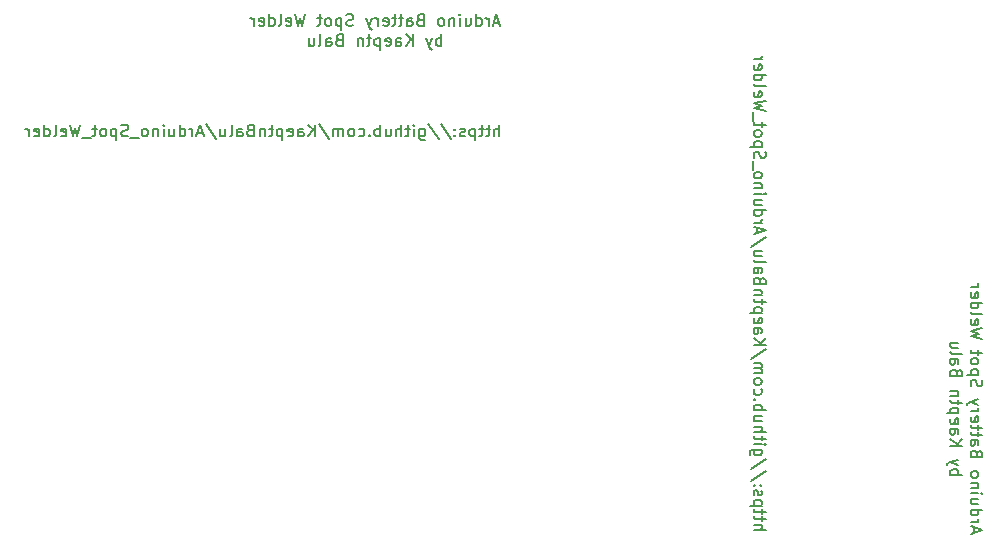
<source format=gbr>
G04 #@! TF.FileFunction,Legend,Bot*
%FSLAX46Y46*%
G04 Gerber Fmt 4.6, Leading zero omitted, Abs format (unit mm)*
G04 Created by KiCad (PCBNEW 4.0.4-stable) date 02/25/17 10:50:14*
%MOMM*%
%LPD*%
G01*
G04 APERTURE LIST*
%ADD10C,0.100000*%
%ADD11C,0.200000*%
G04 APERTURE END LIST*
D10*
D11*
X136047619Y-122750002D02*
X137047619Y-122750002D01*
X136047619Y-122321430D02*
X136571429Y-122321430D01*
X136666667Y-122369049D01*
X136714286Y-122464287D01*
X136714286Y-122607145D01*
X136666667Y-122702383D01*
X136619048Y-122750002D01*
X136714286Y-121988097D02*
X136714286Y-121607145D01*
X137047619Y-121845240D02*
X136190476Y-121845240D01*
X136095238Y-121797621D01*
X136047619Y-121702383D01*
X136047619Y-121607145D01*
X136714286Y-121416668D02*
X136714286Y-121035716D01*
X137047619Y-121273811D02*
X136190476Y-121273811D01*
X136095238Y-121226192D01*
X136047619Y-121130954D01*
X136047619Y-121035716D01*
X136714286Y-120702382D02*
X135714286Y-120702382D01*
X136666667Y-120702382D02*
X136714286Y-120607144D01*
X136714286Y-120416667D01*
X136666667Y-120321429D01*
X136619048Y-120273810D01*
X136523810Y-120226191D01*
X136238095Y-120226191D01*
X136142857Y-120273810D01*
X136095238Y-120321429D01*
X136047619Y-120416667D01*
X136047619Y-120607144D01*
X136095238Y-120702382D01*
X136095238Y-119845239D02*
X136047619Y-119750001D01*
X136047619Y-119559525D01*
X136095238Y-119464286D01*
X136190476Y-119416667D01*
X136238095Y-119416667D01*
X136333333Y-119464286D01*
X136380952Y-119559525D01*
X136380952Y-119702382D01*
X136428571Y-119797620D01*
X136523810Y-119845239D01*
X136571429Y-119845239D01*
X136666667Y-119797620D01*
X136714286Y-119702382D01*
X136714286Y-119559525D01*
X136666667Y-119464286D01*
X136142857Y-118988096D02*
X136095238Y-118940477D01*
X136047619Y-118988096D01*
X136095238Y-119035715D01*
X136142857Y-118988096D01*
X136047619Y-118988096D01*
X136666667Y-118988096D02*
X136619048Y-118940477D01*
X136571429Y-118988096D01*
X136619048Y-119035715D01*
X136666667Y-118988096D01*
X136571429Y-118988096D01*
X137095238Y-117797620D02*
X135809524Y-118654763D01*
X137095238Y-116750001D02*
X135809524Y-117607144D01*
X136714286Y-115988096D02*
X135904762Y-115988096D01*
X135809524Y-116035715D01*
X135761905Y-116083334D01*
X135714286Y-116178573D01*
X135714286Y-116321430D01*
X135761905Y-116416668D01*
X136095238Y-115988096D02*
X136047619Y-116083334D01*
X136047619Y-116273811D01*
X136095238Y-116369049D01*
X136142857Y-116416668D01*
X136238095Y-116464287D01*
X136523810Y-116464287D01*
X136619048Y-116416668D01*
X136666667Y-116369049D01*
X136714286Y-116273811D01*
X136714286Y-116083334D01*
X136666667Y-115988096D01*
X136047619Y-115511906D02*
X136714286Y-115511906D01*
X137047619Y-115511906D02*
X137000000Y-115559525D01*
X136952381Y-115511906D01*
X137000000Y-115464287D01*
X137047619Y-115511906D01*
X136952381Y-115511906D01*
X136714286Y-115178573D02*
X136714286Y-114797621D01*
X137047619Y-115035716D02*
X136190476Y-115035716D01*
X136095238Y-114988097D01*
X136047619Y-114892859D01*
X136047619Y-114797621D01*
X136047619Y-114464287D02*
X137047619Y-114464287D01*
X136047619Y-114035715D02*
X136571429Y-114035715D01*
X136666667Y-114083334D01*
X136714286Y-114178572D01*
X136714286Y-114321430D01*
X136666667Y-114416668D01*
X136619048Y-114464287D01*
X136714286Y-113130953D02*
X136047619Y-113130953D01*
X136714286Y-113559525D02*
X136190476Y-113559525D01*
X136095238Y-113511906D01*
X136047619Y-113416668D01*
X136047619Y-113273810D01*
X136095238Y-113178572D01*
X136142857Y-113130953D01*
X136047619Y-112654763D02*
X137047619Y-112654763D01*
X136666667Y-112654763D02*
X136714286Y-112559525D01*
X136714286Y-112369048D01*
X136666667Y-112273810D01*
X136619048Y-112226191D01*
X136523810Y-112178572D01*
X136238095Y-112178572D01*
X136142857Y-112226191D01*
X136095238Y-112273810D01*
X136047619Y-112369048D01*
X136047619Y-112559525D01*
X136095238Y-112654763D01*
X136142857Y-111750001D02*
X136095238Y-111702382D01*
X136047619Y-111750001D01*
X136095238Y-111797620D01*
X136142857Y-111750001D01*
X136047619Y-111750001D01*
X136095238Y-110845239D02*
X136047619Y-110940477D01*
X136047619Y-111130954D01*
X136095238Y-111226192D01*
X136142857Y-111273811D01*
X136238095Y-111321430D01*
X136523810Y-111321430D01*
X136619048Y-111273811D01*
X136666667Y-111226192D01*
X136714286Y-111130954D01*
X136714286Y-110940477D01*
X136666667Y-110845239D01*
X136047619Y-110273811D02*
X136095238Y-110369049D01*
X136142857Y-110416668D01*
X136238095Y-110464287D01*
X136523810Y-110464287D01*
X136619048Y-110416668D01*
X136666667Y-110369049D01*
X136714286Y-110273811D01*
X136714286Y-110130953D01*
X136666667Y-110035715D01*
X136619048Y-109988096D01*
X136523810Y-109940477D01*
X136238095Y-109940477D01*
X136142857Y-109988096D01*
X136095238Y-110035715D01*
X136047619Y-110130953D01*
X136047619Y-110273811D01*
X136047619Y-109511906D02*
X136714286Y-109511906D01*
X136619048Y-109511906D02*
X136666667Y-109464287D01*
X136714286Y-109369049D01*
X136714286Y-109226191D01*
X136666667Y-109130953D01*
X136571429Y-109083334D01*
X136047619Y-109083334D01*
X136571429Y-109083334D02*
X136666667Y-109035715D01*
X136714286Y-108940477D01*
X136714286Y-108797620D01*
X136666667Y-108702382D01*
X136571429Y-108654763D01*
X136047619Y-108654763D01*
X137095238Y-107464287D02*
X135809524Y-108321430D01*
X136047619Y-107130954D02*
X137047619Y-107130954D01*
X136047619Y-106559525D02*
X136619048Y-106988097D01*
X137047619Y-106559525D02*
X136476190Y-107130954D01*
X136047619Y-105702382D02*
X136571429Y-105702382D01*
X136666667Y-105750001D01*
X136714286Y-105845239D01*
X136714286Y-106035716D01*
X136666667Y-106130954D01*
X136095238Y-105702382D02*
X136047619Y-105797620D01*
X136047619Y-106035716D01*
X136095238Y-106130954D01*
X136190476Y-106178573D01*
X136285714Y-106178573D01*
X136380952Y-106130954D01*
X136428571Y-106035716D01*
X136428571Y-105797620D01*
X136476190Y-105702382D01*
X136095238Y-104845239D02*
X136047619Y-104940477D01*
X136047619Y-105130954D01*
X136095238Y-105226192D01*
X136190476Y-105273811D01*
X136571429Y-105273811D01*
X136666667Y-105226192D01*
X136714286Y-105130954D01*
X136714286Y-104940477D01*
X136666667Y-104845239D01*
X136571429Y-104797620D01*
X136476190Y-104797620D01*
X136380952Y-105273811D01*
X136714286Y-104369049D02*
X135714286Y-104369049D01*
X136666667Y-104369049D02*
X136714286Y-104273811D01*
X136714286Y-104083334D01*
X136666667Y-103988096D01*
X136619048Y-103940477D01*
X136523810Y-103892858D01*
X136238095Y-103892858D01*
X136142857Y-103940477D01*
X136095238Y-103988096D01*
X136047619Y-104083334D01*
X136047619Y-104273811D01*
X136095238Y-104369049D01*
X136714286Y-103607144D02*
X136714286Y-103226192D01*
X137047619Y-103464287D02*
X136190476Y-103464287D01*
X136095238Y-103416668D01*
X136047619Y-103321430D01*
X136047619Y-103226192D01*
X136714286Y-102892858D02*
X136047619Y-102892858D01*
X136619048Y-102892858D02*
X136666667Y-102845239D01*
X136714286Y-102750001D01*
X136714286Y-102607143D01*
X136666667Y-102511905D01*
X136571429Y-102464286D01*
X136047619Y-102464286D01*
X136571429Y-101654762D02*
X136523810Y-101511905D01*
X136476190Y-101464286D01*
X136380952Y-101416667D01*
X136238095Y-101416667D01*
X136142857Y-101464286D01*
X136095238Y-101511905D01*
X136047619Y-101607143D01*
X136047619Y-101988096D01*
X137047619Y-101988096D01*
X137047619Y-101654762D01*
X137000000Y-101559524D01*
X136952381Y-101511905D01*
X136857143Y-101464286D01*
X136761905Y-101464286D01*
X136666667Y-101511905D01*
X136619048Y-101559524D01*
X136571429Y-101654762D01*
X136571429Y-101988096D01*
X136047619Y-100559524D02*
X136571429Y-100559524D01*
X136666667Y-100607143D01*
X136714286Y-100702381D01*
X136714286Y-100892858D01*
X136666667Y-100988096D01*
X136095238Y-100559524D02*
X136047619Y-100654762D01*
X136047619Y-100892858D01*
X136095238Y-100988096D01*
X136190476Y-101035715D01*
X136285714Y-101035715D01*
X136380952Y-100988096D01*
X136428571Y-100892858D01*
X136428571Y-100654762D01*
X136476190Y-100559524D01*
X136047619Y-99940477D02*
X136095238Y-100035715D01*
X136190476Y-100083334D01*
X137047619Y-100083334D01*
X136714286Y-99130952D02*
X136047619Y-99130952D01*
X136714286Y-99559524D02*
X136190476Y-99559524D01*
X136095238Y-99511905D01*
X136047619Y-99416667D01*
X136047619Y-99273809D01*
X136095238Y-99178571D01*
X136142857Y-99130952D01*
X137095238Y-97940476D02*
X135809524Y-98797619D01*
X136333333Y-97654762D02*
X136333333Y-97178571D01*
X136047619Y-97750000D02*
X137047619Y-97416667D01*
X136047619Y-97083333D01*
X136047619Y-96750000D02*
X136714286Y-96750000D01*
X136523810Y-96750000D02*
X136619048Y-96702381D01*
X136666667Y-96654762D01*
X136714286Y-96559524D01*
X136714286Y-96464285D01*
X136047619Y-95702380D02*
X137047619Y-95702380D01*
X136095238Y-95702380D02*
X136047619Y-95797618D01*
X136047619Y-95988095D01*
X136095238Y-96083333D01*
X136142857Y-96130952D01*
X136238095Y-96178571D01*
X136523810Y-96178571D01*
X136619048Y-96130952D01*
X136666667Y-96083333D01*
X136714286Y-95988095D01*
X136714286Y-95797618D01*
X136666667Y-95702380D01*
X136714286Y-94797618D02*
X136047619Y-94797618D01*
X136714286Y-95226190D02*
X136190476Y-95226190D01*
X136095238Y-95178571D01*
X136047619Y-95083333D01*
X136047619Y-94940475D01*
X136095238Y-94845237D01*
X136142857Y-94797618D01*
X136047619Y-94321428D02*
X136714286Y-94321428D01*
X137047619Y-94321428D02*
X137000000Y-94369047D01*
X136952381Y-94321428D01*
X137000000Y-94273809D01*
X137047619Y-94321428D01*
X136952381Y-94321428D01*
X136714286Y-93845238D02*
X136047619Y-93845238D01*
X136619048Y-93845238D02*
X136666667Y-93797619D01*
X136714286Y-93702381D01*
X136714286Y-93559523D01*
X136666667Y-93464285D01*
X136571429Y-93416666D01*
X136047619Y-93416666D01*
X136047619Y-92797619D02*
X136095238Y-92892857D01*
X136142857Y-92940476D01*
X136238095Y-92988095D01*
X136523810Y-92988095D01*
X136619048Y-92940476D01*
X136666667Y-92892857D01*
X136714286Y-92797619D01*
X136714286Y-92654761D01*
X136666667Y-92559523D01*
X136619048Y-92511904D01*
X136523810Y-92464285D01*
X136238095Y-92464285D01*
X136142857Y-92511904D01*
X136095238Y-92559523D01*
X136047619Y-92654761D01*
X136047619Y-92797619D01*
X135952381Y-92273809D02*
X135952381Y-91511904D01*
X136095238Y-91321428D02*
X136047619Y-91178571D01*
X136047619Y-90940475D01*
X136095238Y-90845237D01*
X136142857Y-90797618D01*
X136238095Y-90749999D01*
X136333333Y-90749999D01*
X136428571Y-90797618D01*
X136476190Y-90845237D01*
X136523810Y-90940475D01*
X136571429Y-91130952D01*
X136619048Y-91226190D01*
X136666667Y-91273809D01*
X136761905Y-91321428D01*
X136857143Y-91321428D01*
X136952381Y-91273809D01*
X137000000Y-91226190D01*
X137047619Y-91130952D01*
X137047619Y-90892856D01*
X137000000Y-90749999D01*
X136714286Y-90321428D02*
X135714286Y-90321428D01*
X136666667Y-90321428D02*
X136714286Y-90226190D01*
X136714286Y-90035713D01*
X136666667Y-89940475D01*
X136619048Y-89892856D01*
X136523810Y-89845237D01*
X136238095Y-89845237D01*
X136142857Y-89892856D01*
X136095238Y-89940475D01*
X136047619Y-90035713D01*
X136047619Y-90226190D01*
X136095238Y-90321428D01*
X136047619Y-89273809D02*
X136095238Y-89369047D01*
X136142857Y-89416666D01*
X136238095Y-89464285D01*
X136523810Y-89464285D01*
X136619048Y-89416666D01*
X136666667Y-89369047D01*
X136714286Y-89273809D01*
X136714286Y-89130951D01*
X136666667Y-89035713D01*
X136619048Y-88988094D01*
X136523810Y-88940475D01*
X136238095Y-88940475D01*
X136142857Y-88988094D01*
X136095238Y-89035713D01*
X136047619Y-89130951D01*
X136047619Y-89273809D01*
X136714286Y-88654761D02*
X136714286Y-88273809D01*
X137047619Y-88511904D02*
X136190476Y-88511904D01*
X136095238Y-88464285D01*
X136047619Y-88369047D01*
X136047619Y-88273809D01*
X135952381Y-88178570D02*
X135952381Y-87416665D01*
X137047619Y-87273808D02*
X136047619Y-87035713D01*
X136761905Y-86845236D01*
X136047619Y-86654760D01*
X137047619Y-86416665D01*
X136095238Y-85654760D02*
X136047619Y-85749998D01*
X136047619Y-85940475D01*
X136095238Y-86035713D01*
X136190476Y-86083332D01*
X136571429Y-86083332D01*
X136666667Y-86035713D01*
X136714286Y-85940475D01*
X136714286Y-85749998D01*
X136666667Y-85654760D01*
X136571429Y-85607141D01*
X136476190Y-85607141D01*
X136380952Y-86083332D01*
X136047619Y-85035713D02*
X136095238Y-85130951D01*
X136190476Y-85178570D01*
X137047619Y-85178570D01*
X136047619Y-84226188D02*
X137047619Y-84226188D01*
X136095238Y-84226188D02*
X136047619Y-84321426D01*
X136047619Y-84511903D01*
X136095238Y-84607141D01*
X136142857Y-84654760D01*
X136238095Y-84702379D01*
X136523810Y-84702379D01*
X136619048Y-84654760D01*
X136666667Y-84607141D01*
X136714286Y-84511903D01*
X136714286Y-84321426D01*
X136666667Y-84226188D01*
X136095238Y-83369045D02*
X136047619Y-83464283D01*
X136047619Y-83654760D01*
X136095238Y-83749998D01*
X136190476Y-83797617D01*
X136571429Y-83797617D01*
X136666667Y-83749998D01*
X136714286Y-83654760D01*
X136714286Y-83464283D01*
X136666667Y-83369045D01*
X136571429Y-83321426D01*
X136476190Y-83321426D01*
X136380952Y-83797617D01*
X136047619Y-82892855D02*
X136714286Y-82892855D01*
X136523810Y-82892855D02*
X136619048Y-82845236D01*
X136666667Y-82797617D01*
X136714286Y-82702379D01*
X136714286Y-82607140D01*
X154683333Y-123000002D02*
X154683333Y-122523811D01*
X154397619Y-123095240D02*
X155397619Y-122761907D01*
X154397619Y-122428573D01*
X154397619Y-122095240D02*
X155064286Y-122095240D01*
X154873810Y-122095240D02*
X154969048Y-122047621D01*
X155016667Y-122000002D01*
X155064286Y-121904764D01*
X155064286Y-121809525D01*
X154397619Y-121047620D02*
X155397619Y-121047620D01*
X154445238Y-121047620D02*
X154397619Y-121142858D01*
X154397619Y-121333335D01*
X154445238Y-121428573D01*
X154492857Y-121476192D01*
X154588095Y-121523811D01*
X154873810Y-121523811D01*
X154969048Y-121476192D01*
X155016667Y-121428573D01*
X155064286Y-121333335D01*
X155064286Y-121142858D01*
X155016667Y-121047620D01*
X155064286Y-120142858D02*
X154397619Y-120142858D01*
X155064286Y-120571430D02*
X154540476Y-120571430D01*
X154445238Y-120523811D01*
X154397619Y-120428573D01*
X154397619Y-120285715D01*
X154445238Y-120190477D01*
X154492857Y-120142858D01*
X154397619Y-119666668D02*
X155064286Y-119666668D01*
X155397619Y-119666668D02*
X155350000Y-119714287D01*
X155302381Y-119666668D01*
X155350000Y-119619049D01*
X155397619Y-119666668D01*
X155302381Y-119666668D01*
X155064286Y-119190478D02*
X154397619Y-119190478D01*
X154969048Y-119190478D02*
X155016667Y-119142859D01*
X155064286Y-119047621D01*
X155064286Y-118904763D01*
X155016667Y-118809525D01*
X154921429Y-118761906D01*
X154397619Y-118761906D01*
X154397619Y-118142859D02*
X154445238Y-118238097D01*
X154492857Y-118285716D01*
X154588095Y-118333335D01*
X154873810Y-118333335D01*
X154969048Y-118285716D01*
X155016667Y-118238097D01*
X155064286Y-118142859D01*
X155064286Y-118000001D01*
X155016667Y-117904763D01*
X154969048Y-117857144D01*
X154873810Y-117809525D01*
X154588095Y-117809525D01*
X154492857Y-117857144D01*
X154445238Y-117904763D01*
X154397619Y-118000001D01*
X154397619Y-118142859D01*
X154921429Y-116285715D02*
X154873810Y-116142858D01*
X154826190Y-116095239D01*
X154730952Y-116047620D01*
X154588095Y-116047620D01*
X154492857Y-116095239D01*
X154445238Y-116142858D01*
X154397619Y-116238096D01*
X154397619Y-116619049D01*
X155397619Y-116619049D01*
X155397619Y-116285715D01*
X155350000Y-116190477D01*
X155302381Y-116142858D01*
X155207143Y-116095239D01*
X155111905Y-116095239D01*
X155016667Y-116142858D01*
X154969048Y-116190477D01*
X154921429Y-116285715D01*
X154921429Y-116619049D01*
X154397619Y-115190477D02*
X154921429Y-115190477D01*
X155016667Y-115238096D01*
X155064286Y-115333334D01*
X155064286Y-115523811D01*
X155016667Y-115619049D01*
X154445238Y-115190477D02*
X154397619Y-115285715D01*
X154397619Y-115523811D01*
X154445238Y-115619049D01*
X154540476Y-115666668D01*
X154635714Y-115666668D01*
X154730952Y-115619049D01*
X154778571Y-115523811D01*
X154778571Y-115285715D01*
X154826190Y-115190477D01*
X155064286Y-114857144D02*
X155064286Y-114476192D01*
X155397619Y-114714287D02*
X154540476Y-114714287D01*
X154445238Y-114666668D01*
X154397619Y-114571430D01*
X154397619Y-114476192D01*
X155064286Y-114285715D02*
X155064286Y-113904763D01*
X155397619Y-114142858D02*
X154540476Y-114142858D01*
X154445238Y-114095239D01*
X154397619Y-114000001D01*
X154397619Y-113904763D01*
X154445238Y-113190476D02*
X154397619Y-113285714D01*
X154397619Y-113476191D01*
X154445238Y-113571429D01*
X154540476Y-113619048D01*
X154921429Y-113619048D01*
X155016667Y-113571429D01*
X155064286Y-113476191D01*
X155064286Y-113285714D01*
X155016667Y-113190476D01*
X154921429Y-113142857D01*
X154826190Y-113142857D01*
X154730952Y-113619048D01*
X154397619Y-112714286D02*
X155064286Y-112714286D01*
X154873810Y-112714286D02*
X154969048Y-112666667D01*
X155016667Y-112619048D01*
X155064286Y-112523810D01*
X155064286Y-112428571D01*
X155064286Y-112190476D02*
X154397619Y-111952381D01*
X155064286Y-111714285D02*
X154397619Y-111952381D01*
X154159524Y-112047619D01*
X154111905Y-112095238D01*
X154064286Y-112190476D01*
X154445238Y-110619047D02*
X154397619Y-110476190D01*
X154397619Y-110238094D01*
X154445238Y-110142856D01*
X154492857Y-110095237D01*
X154588095Y-110047618D01*
X154683333Y-110047618D01*
X154778571Y-110095237D01*
X154826190Y-110142856D01*
X154873810Y-110238094D01*
X154921429Y-110428571D01*
X154969048Y-110523809D01*
X155016667Y-110571428D01*
X155111905Y-110619047D01*
X155207143Y-110619047D01*
X155302381Y-110571428D01*
X155350000Y-110523809D01*
X155397619Y-110428571D01*
X155397619Y-110190475D01*
X155350000Y-110047618D01*
X155064286Y-109619047D02*
X154064286Y-109619047D01*
X155016667Y-109619047D02*
X155064286Y-109523809D01*
X155064286Y-109333332D01*
X155016667Y-109238094D01*
X154969048Y-109190475D01*
X154873810Y-109142856D01*
X154588095Y-109142856D01*
X154492857Y-109190475D01*
X154445238Y-109238094D01*
X154397619Y-109333332D01*
X154397619Y-109523809D01*
X154445238Y-109619047D01*
X154397619Y-108571428D02*
X154445238Y-108666666D01*
X154492857Y-108714285D01*
X154588095Y-108761904D01*
X154873810Y-108761904D01*
X154969048Y-108714285D01*
X155016667Y-108666666D01*
X155064286Y-108571428D01*
X155064286Y-108428570D01*
X155016667Y-108333332D01*
X154969048Y-108285713D01*
X154873810Y-108238094D01*
X154588095Y-108238094D01*
X154492857Y-108285713D01*
X154445238Y-108333332D01*
X154397619Y-108428570D01*
X154397619Y-108571428D01*
X155064286Y-107952380D02*
X155064286Y-107571428D01*
X155397619Y-107809523D02*
X154540476Y-107809523D01*
X154445238Y-107761904D01*
X154397619Y-107666666D01*
X154397619Y-107571428D01*
X155397619Y-106571427D02*
X154397619Y-106333332D01*
X155111905Y-106142855D01*
X154397619Y-105952379D01*
X155397619Y-105714284D01*
X154445238Y-104952379D02*
X154397619Y-105047617D01*
X154397619Y-105238094D01*
X154445238Y-105333332D01*
X154540476Y-105380951D01*
X154921429Y-105380951D01*
X155016667Y-105333332D01*
X155064286Y-105238094D01*
X155064286Y-105047617D01*
X155016667Y-104952379D01*
X154921429Y-104904760D01*
X154826190Y-104904760D01*
X154730952Y-105380951D01*
X154397619Y-104333332D02*
X154445238Y-104428570D01*
X154540476Y-104476189D01*
X155397619Y-104476189D01*
X154397619Y-103523807D02*
X155397619Y-103523807D01*
X154445238Y-103523807D02*
X154397619Y-103619045D01*
X154397619Y-103809522D01*
X154445238Y-103904760D01*
X154492857Y-103952379D01*
X154588095Y-103999998D01*
X154873810Y-103999998D01*
X154969048Y-103952379D01*
X155016667Y-103904760D01*
X155064286Y-103809522D01*
X155064286Y-103619045D01*
X155016667Y-103523807D01*
X154445238Y-102666664D02*
X154397619Y-102761902D01*
X154397619Y-102952379D01*
X154445238Y-103047617D01*
X154540476Y-103095236D01*
X154921429Y-103095236D01*
X155016667Y-103047617D01*
X155064286Y-102952379D01*
X155064286Y-102761902D01*
X155016667Y-102666664D01*
X154921429Y-102619045D01*
X154826190Y-102619045D01*
X154730952Y-103095236D01*
X154397619Y-102190474D02*
X155064286Y-102190474D01*
X154873810Y-102190474D02*
X154969048Y-102142855D01*
X155016667Y-102095236D01*
X155064286Y-101999998D01*
X155064286Y-101904759D01*
X152697619Y-118095239D02*
X153697619Y-118095239D01*
X153316667Y-118095239D02*
X153364286Y-118000001D01*
X153364286Y-117809524D01*
X153316667Y-117714286D01*
X153269048Y-117666667D01*
X153173810Y-117619048D01*
X152888095Y-117619048D01*
X152792857Y-117666667D01*
X152745238Y-117714286D01*
X152697619Y-117809524D01*
X152697619Y-118000001D01*
X152745238Y-118095239D01*
X153364286Y-117285715D02*
X152697619Y-117047620D01*
X153364286Y-116809524D02*
X152697619Y-117047620D01*
X152459524Y-117142858D01*
X152411905Y-117190477D01*
X152364286Y-117285715D01*
X152697619Y-115666667D02*
X153697619Y-115666667D01*
X152697619Y-115095238D02*
X153269048Y-115523810D01*
X153697619Y-115095238D02*
X153126190Y-115666667D01*
X152697619Y-114238095D02*
X153221429Y-114238095D01*
X153316667Y-114285714D01*
X153364286Y-114380952D01*
X153364286Y-114571429D01*
X153316667Y-114666667D01*
X152745238Y-114238095D02*
X152697619Y-114333333D01*
X152697619Y-114571429D01*
X152745238Y-114666667D01*
X152840476Y-114714286D01*
X152935714Y-114714286D01*
X153030952Y-114666667D01*
X153078571Y-114571429D01*
X153078571Y-114333333D01*
X153126190Y-114238095D01*
X152745238Y-113380952D02*
X152697619Y-113476190D01*
X152697619Y-113666667D01*
X152745238Y-113761905D01*
X152840476Y-113809524D01*
X153221429Y-113809524D01*
X153316667Y-113761905D01*
X153364286Y-113666667D01*
X153364286Y-113476190D01*
X153316667Y-113380952D01*
X153221429Y-113333333D01*
X153126190Y-113333333D01*
X153030952Y-113809524D01*
X153364286Y-112904762D02*
X152364286Y-112904762D01*
X153316667Y-112904762D02*
X153364286Y-112809524D01*
X153364286Y-112619047D01*
X153316667Y-112523809D01*
X153269048Y-112476190D01*
X153173810Y-112428571D01*
X152888095Y-112428571D01*
X152792857Y-112476190D01*
X152745238Y-112523809D01*
X152697619Y-112619047D01*
X152697619Y-112809524D01*
X152745238Y-112904762D01*
X153364286Y-112142857D02*
X153364286Y-111761905D01*
X153697619Y-112000000D02*
X152840476Y-112000000D01*
X152745238Y-111952381D01*
X152697619Y-111857143D01*
X152697619Y-111761905D01*
X153364286Y-111428571D02*
X152697619Y-111428571D01*
X153269048Y-111428571D02*
X153316667Y-111380952D01*
X153364286Y-111285714D01*
X153364286Y-111142856D01*
X153316667Y-111047618D01*
X153221429Y-110999999D01*
X152697619Y-110999999D01*
X153221429Y-109428570D02*
X153173810Y-109285713D01*
X153126190Y-109238094D01*
X153030952Y-109190475D01*
X152888095Y-109190475D01*
X152792857Y-109238094D01*
X152745238Y-109285713D01*
X152697619Y-109380951D01*
X152697619Y-109761904D01*
X153697619Y-109761904D01*
X153697619Y-109428570D01*
X153650000Y-109333332D01*
X153602381Y-109285713D01*
X153507143Y-109238094D01*
X153411905Y-109238094D01*
X153316667Y-109285713D01*
X153269048Y-109333332D01*
X153221429Y-109428570D01*
X153221429Y-109761904D01*
X152697619Y-108333332D02*
X153221429Y-108333332D01*
X153316667Y-108380951D01*
X153364286Y-108476189D01*
X153364286Y-108666666D01*
X153316667Y-108761904D01*
X152745238Y-108333332D02*
X152697619Y-108428570D01*
X152697619Y-108666666D01*
X152745238Y-108761904D01*
X152840476Y-108809523D01*
X152935714Y-108809523D01*
X153030952Y-108761904D01*
X153078571Y-108666666D01*
X153078571Y-108428570D01*
X153126190Y-108333332D01*
X152697619Y-107714285D02*
X152745238Y-107809523D01*
X152840476Y-107857142D01*
X153697619Y-107857142D01*
X153364286Y-106904760D02*
X152697619Y-106904760D01*
X153364286Y-107333332D02*
X152840476Y-107333332D01*
X152745238Y-107285713D01*
X152697619Y-107190475D01*
X152697619Y-107047617D01*
X152745238Y-106952379D01*
X152792857Y-106904760D01*
X114500002Y-89452381D02*
X114500002Y-88452381D01*
X114071430Y-89452381D02*
X114071430Y-88928571D01*
X114119049Y-88833333D01*
X114214287Y-88785714D01*
X114357145Y-88785714D01*
X114452383Y-88833333D01*
X114500002Y-88880952D01*
X113738097Y-88785714D02*
X113357145Y-88785714D01*
X113595240Y-88452381D02*
X113595240Y-89309524D01*
X113547621Y-89404762D01*
X113452383Y-89452381D01*
X113357145Y-89452381D01*
X113166668Y-88785714D02*
X112785716Y-88785714D01*
X113023811Y-88452381D02*
X113023811Y-89309524D01*
X112976192Y-89404762D01*
X112880954Y-89452381D01*
X112785716Y-89452381D01*
X112452382Y-88785714D02*
X112452382Y-89785714D01*
X112452382Y-88833333D02*
X112357144Y-88785714D01*
X112166667Y-88785714D01*
X112071429Y-88833333D01*
X112023810Y-88880952D01*
X111976191Y-88976190D01*
X111976191Y-89261905D01*
X112023810Y-89357143D01*
X112071429Y-89404762D01*
X112166667Y-89452381D01*
X112357144Y-89452381D01*
X112452382Y-89404762D01*
X111595239Y-89404762D02*
X111500001Y-89452381D01*
X111309525Y-89452381D01*
X111214286Y-89404762D01*
X111166667Y-89309524D01*
X111166667Y-89261905D01*
X111214286Y-89166667D01*
X111309525Y-89119048D01*
X111452382Y-89119048D01*
X111547620Y-89071429D01*
X111595239Y-88976190D01*
X111595239Y-88928571D01*
X111547620Y-88833333D01*
X111452382Y-88785714D01*
X111309525Y-88785714D01*
X111214286Y-88833333D01*
X110738096Y-89357143D02*
X110690477Y-89404762D01*
X110738096Y-89452381D01*
X110785715Y-89404762D01*
X110738096Y-89357143D01*
X110738096Y-89452381D01*
X110738096Y-88833333D02*
X110690477Y-88880952D01*
X110738096Y-88928571D01*
X110785715Y-88880952D01*
X110738096Y-88833333D01*
X110738096Y-88928571D01*
X109547620Y-88404762D02*
X110404763Y-89690476D01*
X108500001Y-88404762D02*
X109357144Y-89690476D01*
X107738096Y-88785714D02*
X107738096Y-89595238D01*
X107785715Y-89690476D01*
X107833334Y-89738095D01*
X107928573Y-89785714D01*
X108071430Y-89785714D01*
X108166668Y-89738095D01*
X107738096Y-89404762D02*
X107833334Y-89452381D01*
X108023811Y-89452381D01*
X108119049Y-89404762D01*
X108166668Y-89357143D01*
X108214287Y-89261905D01*
X108214287Y-88976190D01*
X108166668Y-88880952D01*
X108119049Y-88833333D01*
X108023811Y-88785714D01*
X107833334Y-88785714D01*
X107738096Y-88833333D01*
X107261906Y-89452381D02*
X107261906Y-88785714D01*
X107261906Y-88452381D02*
X107309525Y-88500000D01*
X107261906Y-88547619D01*
X107214287Y-88500000D01*
X107261906Y-88452381D01*
X107261906Y-88547619D01*
X106928573Y-88785714D02*
X106547621Y-88785714D01*
X106785716Y-88452381D02*
X106785716Y-89309524D01*
X106738097Y-89404762D01*
X106642859Y-89452381D01*
X106547621Y-89452381D01*
X106214287Y-89452381D02*
X106214287Y-88452381D01*
X105785715Y-89452381D02*
X105785715Y-88928571D01*
X105833334Y-88833333D01*
X105928572Y-88785714D01*
X106071430Y-88785714D01*
X106166668Y-88833333D01*
X106214287Y-88880952D01*
X104880953Y-88785714D02*
X104880953Y-89452381D01*
X105309525Y-88785714D02*
X105309525Y-89309524D01*
X105261906Y-89404762D01*
X105166668Y-89452381D01*
X105023810Y-89452381D01*
X104928572Y-89404762D01*
X104880953Y-89357143D01*
X104404763Y-89452381D02*
X104404763Y-88452381D01*
X104404763Y-88833333D02*
X104309525Y-88785714D01*
X104119048Y-88785714D01*
X104023810Y-88833333D01*
X103976191Y-88880952D01*
X103928572Y-88976190D01*
X103928572Y-89261905D01*
X103976191Y-89357143D01*
X104023810Y-89404762D01*
X104119048Y-89452381D01*
X104309525Y-89452381D01*
X104404763Y-89404762D01*
X103500001Y-89357143D02*
X103452382Y-89404762D01*
X103500001Y-89452381D01*
X103547620Y-89404762D01*
X103500001Y-89357143D01*
X103500001Y-89452381D01*
X102595239Y-89404762D02*
X102690477Y-89452381D01*
X102880954Y-89452381D01*
X102976192Y-89404762D01*
X103023811Y-89357143D01*
X103071430Y-89261905D01*
X103071430Y-88976190D01*
X103023811Y-88880952D01*
X102976192Y-88833333D01*
X102880954Y-88785714D01*
X102690477Y-88785714D01*
X102595239Y-88833333D01*
X102023811Y-89452381D02*
X102119049Y-89404762D01*
X102166668Y-89357143D01*
X102214287Y-89261905D01*
X102214287Y-88976190D01*
X102166668Y-88880952D01*
X102119049Y-88833333D01*
X102023811Y-88785714D01*
X101880953Y-88785714D01*
X101785715Y-88833333D01*
X101738096Y-88880952D01*
X101690477Y-88976190D01*
X101690477Y-89261905D01*
X101738096Y-89357143D01*
X101785715Y-89404762D01*
X101880953Y-89452381D01*
X102023811Y-89452381D01*
X101261906Y-89452381D02*
X101261906Y-88785714D01*
X101261906Y-88880952D02*
X101214287Y-88833333D01*
X101119049Y-88785714D01*
X100976191Y-88785714D01*
X100880953Y-88833333D01*
X100833334Y-88928571D01*
X100833334Y-89452381D01*
X100833334Y-88928571D02*
X100785715Y-88833333D01*
X100690477Y-88785714D01*
X100547620Y-88785714D01*
X100452382Y-88833333D01*
X100404763Y-88928571D01*
X100404763Y-89452381D01*
X99214287Y-88404762D02*
X100071430Y-89690476D01*
X98880954Y-89452381D02*
X98880954Y-88452381D01*
X98309525Y-89452381D02*
X98738097Y-88880952D01*
X98309525Y-88452381D02*
X98880954Y-89023810D01*
X97452382Y-89452381D02*
X97452382Y-88928571D01*
X97500001Y-88833333D01*
X97595239Y-88785714D01*
X97785716Y-88785714D01*
X97880954Y-88833333D01*
X97452382Y-89404762D02*
X97547620Y-89452381D01*
X97785716Y-89452381D01*
X97880954Y-89404762D01*
X97928573Y-89309524D01*
X97928573Y-89214286D01*
X97880954Y-89119048D01*
X97785716Y-89071429D01*
X97547620Y-89071429D01*
X97452382Y-89023810D01*
X96595239Y-89404762D02*
X96690477Y-89452381D01*
X96880954Y-89452381D01*
X96976192Y-89404762D01*
X97023811Y-89309524D01*
X97023811Y-88928571D01*
X96976192Y-88833333D01*
X96880954Y-88785714D01*
X96690477Y-88785714D01*
X96595239Y-88833333D01*
X96547620Y-88928571D01*
X96547620Y-89023810D01*
X97023811Y-89119048D01*
X96119049Y-88785714D02*
X96119049Y-89785714D01*
X96119049Y-88833333D02*
X96023811Y-88785714D01*
X95833334Y-88785714D01*
X95738096Y-88833333D01*
X95690477Y-88880952D01*
X95642858Y-88976190D01*
X95642858Y-89261905D01*
X95690477Y-89357143D01*
X95738096Y-89404762D01*
X95833334Y-89452381D01*
X96023811Y-89452381D01*
X96119049Y-89404762D01*
X95357144Y-88785714D02*
X94976192Y-88785714D01*
X95214287Y-88452381D02*
X95214287Y-89309524D01*
X95166668Y-89404762D01*
X95071430Y-89452381D01*
X94976192Y-89452381D01*
X94642858Y-88785714D02*
X94642858Y-89452381D01*
X94642858Y-88880952D02*
X94595239Y-88833333D01*
X94500001Y-88785714D01*
X94357143Y-88785714D01*
X94261905Y-88833333D01*
X94214286Y-88928571D01*
X94214286Y-89452381D01*
X93404762Y-88928571D02*
X93261905Y-88976190D01*
X93214286Y-89023810D01*
X93166667Y-89119048D01*
X93166667Y-89261905D01*
X93214286Y-89357143D01*
X93261905Y-89404762D01*
X93357143Y-89452381D01*
X93738096Y-89452381D01*
X93738096Y-88452381D01*
X93404762Y-88452381D01*
X93309524Y-88500000D01*
X93261905Y-88547619D01*
X93214286Y-88642857D01*
X93214286Y-88738095D01*
X93261905Y-88833333D01*
X93309524Y-88880952D01*
X93404762Y-88928571D01*
X93738096Y-88928571D01*
X92309524Y-89452381D02*
X92309524Y-88928571D01*
X92357143Y-88833333D01*
X92452381Y-88785714D01*
X92642858Y-88785714D01*
X92738096Y-88833333D01*
X92309524Y-89404762D02*
X92404762Y-89452381D01*
X92642858Y-89452381D01*
X92738096Y-89404762D01*
X92785715Y-89309524D01*
X92785715Y-89214286D01*
X92738096Y-89119048D01*
X92642858Y-89071429D01*
X92404762Y-89071429D01*
X92309524Y-89023810D01*
X91690477Y-89452381D02*
X91785715Y-89404762D01*
X91833334Y-89309524D01*
X91833334Y-88452381D01*
X90880952Y-88785714D02*
X90880952Y-89452381D01*
X91309524Y-88785714D02*
X91309524Y-89309524D01*
X91261905Y-89404762D01*
X91166667Y-89452381D01*
X91023809Y-89452381D01*
X90928571Y-89404762D01*
X90880952Y-89357143D01*
X89690476Y-88404762D02*
X90547619Y-89690476D01*
X89404762Y-89166667D02*
X88928571Y-89166667D01*
X89500000Y-89452381D02*
X89166667Y-88452381D01*
X88833333Y-89452381D01*
X88500000Y-89452381D02*
X88500000Y-88785714D01*
X88500000Y-88976190D02*
X88452381Y-88880952D01*
X88404762Y-88833333D01*
X88309524Y-88785714D01*
X88214285Y-88785714D01*
X87452380Y-89452381D02*
X87452380Y-88452381D01*
X87452380Y-89404762D02*
X87547618Y-89452381D01*
X87738095Y-89452381D01*
X87833333Y-89404762D01*
X87880952Y-89357143D01*
X87928571Y-89261905D01*
X87928571Y-88976190D01*
X87880952Y-88880952D01*
X87833333Y-88833333D01*
X87738095Y-88785714D01*
X87547618Y-88785714D01*
X87452380Y-88833333D01*
X86547618Y-88785714D02*
X86547618Y-89452381D01*
X86976190Y-88785714D02*
X86976190Y-89309524D01*
X86928571Y-89404762D01*
X86833333Y-89452381D01*
X86690475Y-89452381D01*
X86595237Y-89404762D01*
X86547618Y-89357143D01*
X86071428Y-89452381D02*
X86071428Y-88785714D01*
X86071428Y-88452381D02*
X86119047Y-88500000D01*
X86071428Y-88547619D01*
X86023809Y-88500000D01*
X86071428Y-88452381D01*
X86071428Y-88547619D01*
X85595238Y-88785714D02*
X85595238Y-89452381D01*
X85595238Y-88880952D02*
X85547619Y-88833333D01*
X85452381Y-88785714D01*
X85309523Y-88785714D01*
X85214285Y-88833333D01*
X85166666Y-88928571D01*
X85166666Y-89452381D01*
X84547619Y-89452381D02*
X84642857Y-89404762D01*
X84690476Y-89357143D01*
X84738095Y-89261905D01*
X84738095Y-88976190D01*
X84690476Y-88880952D01*
X84642857Y-88833333D01*
X84547619Y-88785714D01*
X84404761Y-88785714D01*
X84309523Y-88833333D01*
X84261904Y-88880952D01*
X84214285Y-88976190D01*
X84214285Y-89261905D01*
X84261904Y-89357143D01*
X84309523Y-89404762D01*
X84404761Y-89452381D01*
X84547619Y-89452381D01*
X84023809Y-89547619D02*
X83261904Y-89547619D01*
X83071428Y-89404762D02*
X82928571Y-89452381D01*
X82690475Y-89452381D01*
X82595237Y-89404762D01*
X82547618Y-89357143D01*
X82499999Y-89261905D01*
X82499999Y-89166667D01*
X82547618Y-89071429D01*
X82595237Y-89023810D01*
X82690475Y-88976190D01*
X82880952Y-88928571D01*
X82976190Y-88880952D01*
X83023809Y-88833333D01*
X83071428Y-88738095D01*
X83071428Y-88642857D01*
X83023809Y-88547619D01*
X82976190Y-88500000D01*
X82880952Y-88452381D01*
X82642856Y-88452381D01*
X82499999Y-88500000D01*
X82071428Y-88785714D02*
X82071428Y-89785714D01*
X82071428Y-88833333D02*
X81976190Y-88785714D01*
X81785713Y-88785714D01*
X81690475Y-88833333D01*
X81642856Y-88880952D01*
X81595237Y-88976190D01*
X81595237Y-89261905D01*
X81642856Y-89357143D01*
X81690475Y-89404762D01*
X81785713Y-89452381D01*
X81976190Y-89452381D01*
X82071428Y-89404762D01*
X81023809Y-89452381D02*
X81119047Y-89404762D01*
X81166666Y-89357143D01*
X81214285Y-89261905D01*
X81214285Y-88976190D01*
X81166666Y-88880952D01*
X81119047Y-88833333D01*
X81023809Y-88785714D01*
X80880951Y-88785714D01*
X80785713Y-88833333D01*
X80738094Y-88880952D01*
X80690475Y-88976190D01*
X80690475Y-89261905D01*
X80738094Y-89357143D01*
X80785713Y-89404762D01*
X80880951Y-89452381D01*
X81023809Y-89452381D01*
X80404761Y-88785714D02*
X80023809Y-88785714D01*
X80261904Y-88452381D02*
X80261904Y-89309524D01*
X80214285Y-89404762D01*
X80119047Y-89452381D01*
X80023809Y-89452381D01*
X79928570Y-89547619D02*
X79166665Y-89547619D01*
X79023808Y-88452381D02*
X78785713Y-89452381D01*
X78595236Y-88738095D01*
X78404760Y-89452381D01*
X78166665Y-88452381D01*
X77404760Y-89404762D02*
X77499998Y-89452381D01*
X77690475Y-89452381D01*
X77785713Y-89404762D01*
X77833332Y-89309524D01*
X77833332Y-88928571D01*
X77785713Y-88833333D01*
X77690475Y-88785714D01*
X77499998Y-88785714D01*
X77404760Y-88833333D01*
X77357141Y-88928571D01*
X77357141Y-89023810D01*
X77833332Y-89119048D01*
X76785713Y-89452381D02*
X76880951Y-89404762D01*
X76928570Y-89309524D01*
X76928570Y-88452381D01*
X75976188Y-89452381D02*
X75976188Y-88452381D01*
X75976188Y-89404762D02*
X76071426Y-89452381D01*
X76261903Y-89452381D01*
X76357141Y-89404762D01*
X76404760Y-89357143D01*
X76452379Y-89261905D01*
X76452379Y-88976190D01*
X76404760Y-88880952D01*
X76357141Y-88833333D01*
X76261903Y-88785714D01*
X76071426Y-88785714D01*
X75976188Y-88833333D01*
X75119045Y-89404762D02*
X75214283Y-89452381D01*
X75404760Y-89452381D01*
X75499998Y-89404762D01*
X75547617Y-89309524D01*
X75547617Y-88928571D01*
X75499998Y-88833333D01*
X75404760Y-88785714D01*
X75214283Y-88785714D01*
X75119045Y-88833333D01*
X75071426Y-88928571D01*
X75071426Y-89023810D01*
X75547617Y-89119048D01*
X74642855Y-89452381D02*
X74642855Y-88785714D01*
X74642855Y-88976190D02*
X74595236Y-88880952D01*
X74547617Y-88833333D01*
X74452379Y-88785714D01*
X74357140Y-88785714D01*
X114500002Y-79816667D02*
X114023811Y-79816667D01*
X114595240Y-80102381D02*
X114261907Y-79102381D01*
X113928573Y-80102381D01*
X113595240Y-80102381D02*
X113595240Y-79435714D01*
X113595240Y-79626190D02*
X113547621Y-79530952D01*
X113500002Y-79483333D01*
X113404764Y-79435714D01*
X113309525Y-79435714D01*
X112547620Y-80102381D02*
X112547620Y-79102381D01*
X112547620Y-80054762D02*
X112642858Y-80102381D01*
X112833335Y-80102381D01*
X112928573Y-80054762D01*
X112976192Y-80007143D01*
X113023811Y-79911905D01*
X113023811Y-79626190D01*
X112976192Y-79530952D01*
X112928573Y-79483333D01*
X112833335Y-79435714D01*
X112642858Y-79435714D01*
X112547620Y-79483333D01*
X111642858Y-79435714D02*
X111642858Y-80102381D01*
X112071430Y-79435714D02*
X112071430Y-79959524D01*
X112023811Y-80054762D01*
X111928573Y-80102381D01*
X111785715Y-80102381D01*
X111690477Y-80054762D01*
X111642858Y-80007143D01*
X111166668Y-80102381D02*
X111166668Y-79435714D01*
X111166668Y-79102381D02*
X111214287Y-79150000D01*
X111166668Y-79197619D01*
X111119049Y-79150000D01*
X111166668Y-79102381D01*
X111166668Y-79197619D01*
X110690478Y-79435714D02*
X110690478Y-80102381D01*
X110690478Y-79530952D02*
X110642859Y-79483333D01*
X110547621Y-79435714D01*
X110404763Y-79435714D01*
X110309525Y-79483333D01*
X110261906Y-79578571D01*
X110261906Y-80102381D01*
X109642859Y-80102381D02*
X109738097Y-80054762D01*
X109785716Y-80007143D01*
X109833335Y-79911905D01*
X109833335Y-79626190D01*
X109785716Y-79530952D01*
X109738097Y-79483333D01*
X109642859Y-79435714D01*
X109500001Y-79435714D01*
X109404763Y-79483333D01*
X109357144Y-79530952D01*
X109309525Y-79626190D01*
X109309525Y-79911905D01*
X109357144Y-80007143D01*
X109404763Y-80054762D01*
X109500001Y-80102381D01*
X109642859Y-80102381D01*
X107785715Y-79578571D02*
X107642858Y-79626190D01*
X107595239Y-79673810D01*
X107547620Y-79769048D01*
X107547620Y-79911905D01*
X107595239Y-80007143D01*
X107642858Y-80054762D01*
X107738096Y-80102381D01*
X108119049Y-80102381D01*
X108119049Y-79102381D01*
X107785715Y-79102381D01*
X107690477Y-79150000D01*
X107642858Y-79197619D01*
X107595239Y-79292857D01*
X107595239Y-79388095D01*
X107642858Y-79483333D01*
X107690477Y-79530952D01*
X107785715Y-79578571D01*
X108119049Y-79578571D01*
X106690477Y-80102381D02*
X106690477Y-79578571D01*
X106738096Y-79483333D01*
X106833334Y-79435714D01*
X107023811Y-79435714D01*
X107119049Y-79483333D01*
X106690477Y-80054762D02*
X106785715Y-80102381D01*
X107023811Y-80102381D01*
X107119049Y-80054762D01*
X107166668Y-79959524D01*
X107166668Y-79864286D01*
X107119049Y-79769048D01*
X107023811Y-79721429D01*
X106785715Y-79721429D01*
X106690477Y-79673810D01*
X106357144Y-79435714D02*
X105976192Y-79435714D01*
X106214287Y-79102381D02*
X106214287Y-79959524D01*
X106166668Y-80054762D01*
X106071430Y-80102381D01*
X105976192Y-80102381D01*
X105785715Y-79435714D02*
X105404763Y-79435714D01*
X105642858Y-79102381D02*
X105642858Y-79959524D01*
X105595239Y-80054762D01*
X105500001Y-80102381D01*
X105404763Y-80102381D01*
X104690476Y-80054762D02*
X104785714Y-80102381D01*
X104976191Y-80102381D01*
X105071429Y-80054762D01*
X105119048Y-79959524D01*
X105119048Y-79578571D01*
X105071429Y-79483333D01*
X104976191Y-79435714D01*
X104785714Y-79435714D01*
X104690476Y-79483333D01*
X104642857Y-79578571D01*
X104642857Y-79673810D01*
X105119048Y-79769048D01*
X104214286Y-80102381D02*
X104214286Y-79435714D01*
X104214286Y-79626190D02*
X104166667Y-79530952D01*
X104119048Y-79483333D01*
X104023810Y-79435714D01*
X103928571Y-79435714D01*
X103690476Y-79435714D02*
X103452381Y-80102381D01*
X103214285Y-79435714D02*
X103452381Y-80102381D01*
X103547619Y-80340476D01*
X103595238Y-80388095D01*
X103690476Y-80435714D01*
X102119047Y-80054762D02*
X101976190Y-80102381D01*
X101738094Y-80102381D01*
X101642856Y-80054762D01*
X101595237Y-80007143D01*
X101547618Y-79911905D01*
X101547618Y-79816667D01*
X101595237Y-79721429D01*
X101642856Y-79673810D01*
X101738094Y-79626190D01*
X101928571Y-79578571D01*
X102023809Y-79530952D01*
X102071428Y-79483333D01*
X102119047Y-79388095D01*
X102119047Y-79292857D01*
X102071428Y-79197619D01*
X102023809Y-79150000D01*
X101928571Y-79102381D01*
X101690475Y-79102381D01*
X101547618Y-79150000D01*
X101119047Y-79435714D02*
X101119047Y-80435714D01*
X101119047Y-79483333D02*
X101023809Y-79435714D01*
X100833332Y-79435714D01*
X100738094Y-79483333D01*
X100690475Y-79530952D01*
X100642856Y-79626190D01*
X100642856Y-79911905D01*
X100690475Y-80007143D01*
X100738094Y-80054762D01*
X100833332Y-80102381D01*
X101023809Y-80102381D01*
X101119047Y-80054762D01*
X100071428Y-80102381D02*
X100166666Y-80054762D01*
X100214285Y-80007143D01*
X100261904Y-79911905D01*
X100261904Y-79626190D01*
X100214285Y-79530952D01*
X100166666Y-79483333D01*
X100071428Y-79435714D01*
X99928570Y-79435714D01*
X99833332Y-79483333D01*
X99785713Y-79530952D01*
X99738094Y-79626190D01*
X99738094Y-79911905D01*
X99785713Y-80007143D01*
X99833332Y-80054762D01*
X99928570Y-80102381D01*
X100071428Y-80102381D01*
X99452380Y-79435714D02*
X99071428Y-79435714D01*
X99309523Y-79102381D02*
X99309523Y-79959524D01*
X99261904Y-80054762D01*
X99166666Y-80102381D01*
X99071428Y-80102381D01*
X98071427Y-79102381D02*
X97833332Y-80102381D01*
X97642855Y-79388095D01*
X97452379Y-80102381D01*
X97214284Y-79102381D01*
X96452379Y-80054762D02*
X96547617Y-80102381D01*
X96738094Y-80102381D01*
X96833332Y-80054762D01*
X96880951Y-79959524D01*
X96880951Y-79578571D01*
X96833332Y-79483333D01*
X96738094Y-79435714D01*
X96547617Y-79435714D01*
X96452379Y-79483333D01*
X96404760Y-79578571D01*
X96404760Y-79673810D01*
X96880951Y-79769048D01*
X95833332Y-80102381D02*
X95928570Y-80054762D01*
X95976189Y-79959524D01*
X95976189Y-79102381D01*
X95023807Y-80102381D02*
X95023807Y-79102381D01*
X95023807Y-80054762D02*
X95119045Y-80102381D01*
X95309522Y-80102381D01*
X95404760Y-80054762D01*
X95452379Y-80007143D01*
X95499998Y-79911905D01*
X95499998Y-79626190D01*
X95452379Y-79530952D01*
X95404760Y-79483333D01*
X95309522Y-79435714D01*
X95119045Y-79435714D01*
X95023807Y-79483333D01*
X94166664Y-80054762D02*
X94261902Y-80102381D01*
X94452379Y-80102381D01*
X94547617Y-80054762D01*
X94595236Y-79959524D01*
X94595236Y-79578571D01*
X94547617Y-79483333D01*
X94452379Y-79435714D01*
X94261902Y-79435714D01*
X94166664Y-79483333D01*
X94119045Y-79578571D01*
X94119045Y-79673810D01*
X94595236Y-79769048D01*
X93690474Y-80102381D02*
X93690474Y-79435714D01*
X93690474Y-79626190D02*
X93642855Y-79530952D01*
X93595236Y-79483333D01*
X93499998Y-79435714D01*
X93404759Y-79435714D01*
X109595239Y-81802381D02*
X109595239Y-80802381D01*
X109595239Y-81183333D02*
X109500001Y-81135714D01*
X109309524Y-81135714D01*
X109214286Y-81183333D01*
X109166667Y-81230952D01*
X109119048Y-81326190D01*
X109119048Y-81611905D01*
X109166667Y-81707143D01*
X109214286Y-81754762D01*
X109309524Y-81802381D01*
X109500001Y-81802381D01*
X109595239Y-81754762D01*
X108785715Y-81135714D02*
X108547620Y-81802381D01*
X108309524Y-81135714D02*
X108547620Y-81802381D01*
X108642858Y-82040476D01*
X108690477Y-82088095D01*
X108785715Y-82135714D01*
X107166667Y-81802381D02*
X107166667Y-80802381D01*
X106595238Y-81802381D02*
X107023810Y-81230952D01*
X106595238Y-80802381D02*
X107166667Y-81373810D01*
X105738095Y-81802381D02*
X105738095Y-81278571D01*
X105785714Y-81183333D01*
X105880952Y-81135714D01*
X106071429Y-81135714D01*
X106166667Y-81183333D01*
X105738095Y-81754762D02*
X105833333Y-81802381D01*
X106071429Y-81802381D01*
X106166667Y-81754762D01*
X106214286Y-81659524D01*
X106214286Y-81564286D01*
X106166667Y-81469048D01*
X106071429Y-81421429D01*
X105833333Y-81421429D01*
X105738095Y-81373810D01*
X104880952Y-81754762D02*
X104976190Y-81802381D01*
X105166667Y-81802381D01*
X105261905Y-81754762D01*
X105309524Y-81659524D01*
X105309524Y-81278571D01*
X105261905Y-81183333D01*
X105166667Y-81135714D01*
X104976190Y-81135714D01*
X104880952Y-81183333D01*
X104833333Y-81278571D01*
X104833333Y-81373810D01*
X105309524Y-81469048D01*
X104404762Y-81135714D02*
X104404762Y-82135714D01*
X104404762Y-81183333D02*
X104309524Y-81135714D01*
X104119047Y-81135714D01*
X104023809Y-81183333D01*
X103976190Y-81230952D01*
X103928571Y-81326190D01*
X103928571Y-81611905D01*
X103976190Y-81707143D01*
X104023809Y-81754762D01*
X104119047Y-81802381D01*
X104309524Y-81802381D01*
X104404762Y-81754762D01*
X103642857Y-81135714D02*
X103261905Y-81135714D01*
X103500000Y-80802381D02*
X103500000Y-81659524D01*
X103452381Y-81754762D01*
X103357143Y-81802381D01*
X103261905Y-81802381D01*
X102928571Y-81135714D02*
X102928571Y-81802381D01*
X102928571Y-81230952D02*
X102880952Y-81183333D01*
X102785714Y-81135714D01*
X102642856Y-81135714D01*
X102547618Y-81183333D01*
X102499999Y-81278571D01*
X102499999Y-81802381D01*
X100928570Y-81278571D02*
X100785713Y-81326190D01*
X100738094Y-81373810D01*
X100690475Y-81469048D01*
X100690475Y-81611905D01*
X100738094Y-81707143D01*
X100785713Y-81754762D01*
X100880951Y-81802381D01*
X101261904Y-81802381D01*
X101261904Y-80802381D01*
X100928570Y-80802381D01*
X100833332Y-80850000D01*
X100785713Y-80897619D01*
X100738094Y-80992857D01*
X100738094Y-81088095D01*
X100785713Y-81183333D01*
X100833332Y-81230952D01*
X100928570Y-81278571D01*
X101261904Y-81278571D01*
X99833332Y-81802381D02*
X99833332Y-81278571D01*
X99880951Y-81183333D01*
X99976189Y-81135714D01*
X100166666Y-81135714D01*
X100261904Y-81183333D01*
X99833332Y-81754762D02*
X99928570Y-81802381D01*
X100166666Y-81802381D01*
X100261904Y-81754762D01*
X100309523Y-81659524D01*
X100309523Y-81564286D01*
X100261904Y-81469048D01*
X100166666Y-81421429D01*
X99928570Y-81421429D01*
X99833332Y-81373810D01*
X99214285Y-81802381D02*
X99309523Y-81754762D01*
X99357142Y-81659524D01*
X99357142Y-80802381D01*
X98404760Y-81135714D02*
X98404760Y-81802381D01*
X98833332Y-81135714D02*
X98833332Y-81659524D01*
X98785713Y-81754762D01*
X98690475Y-81802381D01*
X98547617Y-81802381D01*
X98452379Y-81754762D01*
X98404760Y-81707143D01*
M02*

</source>
